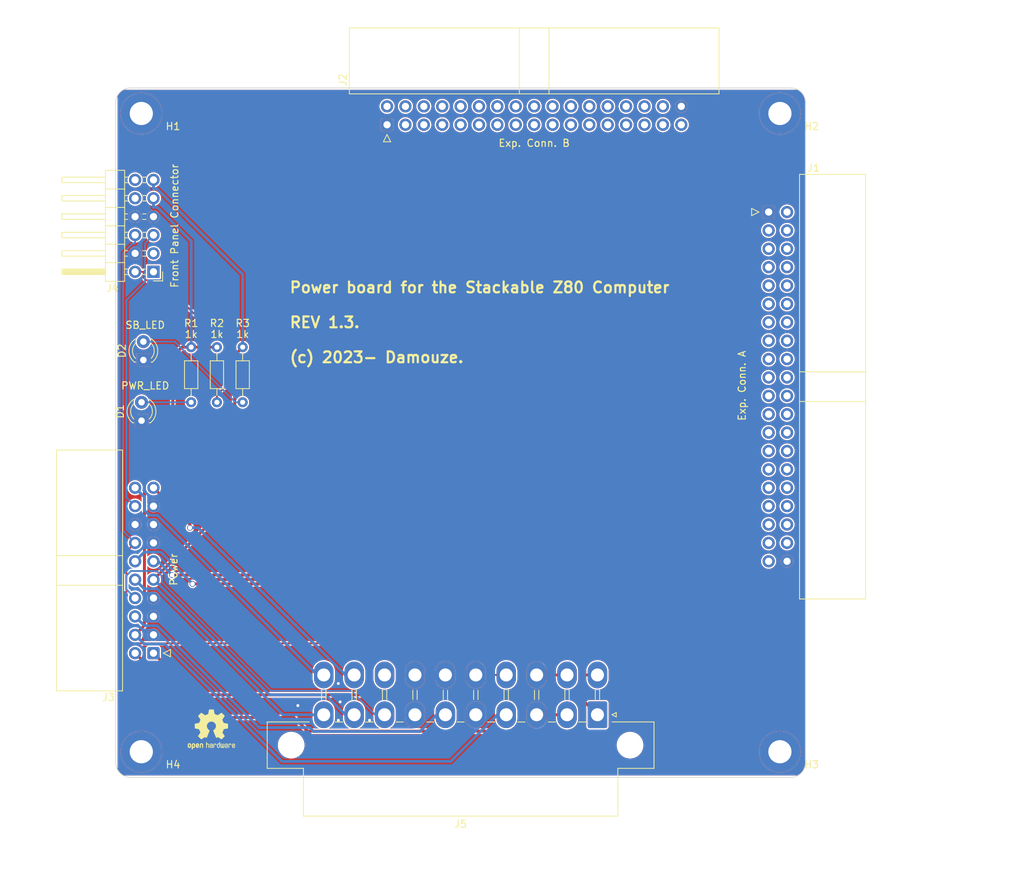
<source format=kicad_pcb>
(kicad_pcb (version 20221018) (generator pcbnew)
  (title_block (title "Power board for the Stackable Z80 Computer") (date "2023-09-09") (rev "1.3"))
  (layers (0 "F.Cu" mixed) (31 "B.Cu" mixed) (34 "B.Paste" user) (35 "F.Paste" user) (36 "B.SilkS" user "B.Silkscreen") (37 "F.SilkS" user "F.Silkscreen") (38 "B.Mask" user) (39 "F.Mask" user) (44 "Edge.Cuts" user))
  (net 0 "")
  (net 1 "/+5V")
  (net 2 "/GND")
  (net 3 "/~{RESET_SW}")
  (net 4 "/~{NMI}")
  (net 5 "/~{RESET}")
  (net 6 "/BUS_CLK")
  (net 7 "/CPU_CLK")
  (net 8 "/~{B_M1}")
  (net 9 "/~{B_IORQ}")
  (net 10 "/~{B_MREQ}")
  (net 11 "/~{B_WR}")
  (net 12 "/~{B_RD}")
  (net 13 "/~{WAIT}")
  (net 14 "/~{B_RFSH}")
  (net 15 "/M_A21")
  (net 16 "/M_A20")
  (net 17 "/M_A19")
  (net 18 "/M_A18")
  (net 19 "/M_A17")
  (net 20 "/M_A16")
  (net 21 "/-12V")
  (net 22 "/+12V")
  (net 23 "/USER2")
  (net 24 "/USER1")
  (net 25 "/USER3")
  (net 26 "/USER0")
  (net 27 "/B_D7")
  (net 28 "/PWR_OK")
  (net 29 "/B_D6")
  (net 30 "/B_D5")
  (net 31 "/B_D4")
  (net 32 "/B_D3")
  (net 33 "/B_D2")
  (net 34 "/B_D1")
  (net 35 "/B_D0")
  (net 36 "/B_A15")
  (net 37 "/B_A14")
  (net 38 "/B_A13")
  (net 39 "/B_A12")
  (net 40 "/~{INT7}")
  (net 41 "/B_A11")
  (net 42 "/~{INT6}")
  (net 43 "/B_A10")
  (net 44 "/~{INT5}")
  (net 45 "/B_A9")
  (net 46 "/~{INT4}")
  (net 47 "/B_A8")
  (net 48 "/~{INT3}")
  (net 49 "/B_A7")
  (net 50 "/~{INT2}")
  (net 51 "/B_A6")
  (net 52 "/B_A5")
  (net 53 "/B_A4")
  (net 54 "/B_A3")
  (net 55 "/B_A2")
  (net 56 "/B_A1")
  (net 57 "/B_A0")
  (net 58 "/~{INT0}")
  (net 59 "/~{INT1}")
  (net 60 "/USER15")
  (net 61 "/~{INT}")
  (net 62 "/~{B_BUSACK}")
  (net 63 "/USER14")
  (net 64 "/USER13")
  (net 65 "/USER12")
  (net 66 "/USER11")
  (net 67 "/USER10")
  (net 68 "/USER9")
  (net 69 "/USER8")
  (net 70 "/USER7")
  (net 71 "/M_A15")
  (net 72 "/USER6")
  (net 73 "/M_A14")
  (net 74 "/USER5")
  (net 75 "/USER4")
  (net 76 "/+3.3V")
  (net 77 "/+5V2")
  (net 78 "/+5VSB")
  (net 79 "Net-(D1-A)")
  (net 80 "/+5V4")
  (net 81 "/+5V3")
  (net 82 "/+3.3V2")
  (net 83 "/+3.3V3")
  (net 84 "/~{BUSREQ}")
  (net 85 "/~{PS_ON}")
  (net 87 "/PWR_LED+")
  (net 92 "Net-(D2-A)")
  (footprint "MountingHole:MountingHole_3.2mm_M3_ISO7380_Pad" (layer "F.Cu") (at 28.925 28.925)
    (fp_text reference "H1" (at 4.3815 1.7755) (layer "F.SilkS"))
    (fp_text value "MountingHole_Pad")
    (pad "1" thru_hole circle (at 0 0) (size 5.7 5.7) (drill 3.2) (layers "*.Cu" "*.Mask") (net 2 "/GND"))
  )
  (footprint "Symbol:OSHW-Logo2_7.3x6mm_SilkScreen" (layer "F.Cu") (at 38.608 114.046)
    (fp_text reference "REF**" hide)
    (fp_text value "OSHW-Logo2_7.3x6mm_SilkScreen" hide)
  )
  (footprint "Resistor_THT:R_Axial_DIN0204_L3.6mm_D1.6mm_P7.62mm_Horizontal" (layer "F.Cu") (at 39.37 61.214 -90)
    (fp_text reference "R2" (at -3.302 0 -180) (layer "F.SilkS"))
    (fp_text value "1k" (at -1.778 0 180) (layer "F.SilkS"))
    (pad "1" thru_hole circle (at 0 0 270) (size 1.4 1.4) (drill 0.7) (layers "*.Cu" "*.Mask") (net 1 "/+5V"))
    (pad "2" thru_hole oval (at 7.62 0 270) (size 1.4 1.4) (drill 0.7) (layers "*.Cu" "*.Mask") (net 87 "/PWR_LED+"))
  )
  (footprint "MountingHole:MountingHole_3.2mm_M3_ISO7380_Pad" (layer "F.Cu") (at 117.125 28.925)
    (fp_text reference "H2" (at 4.3815 1.7755) (layer "F.SilkS"))
    (fp_text value "MountingHole_Pad")
    (pad "1" thru_hole circle (at 0 0) (size 5.7 5.7) (drill 3.2) (layers "*.Cu" "*.Mask") (net 2 "/GND"))
  )
  (footprint "Connector_IDC:IDC-Header_2x20_P2.54mm_Horizontal" (layer "F.Cu") (at 115.57 42.545)
    (fp_text reference "J1" (at 6.215 -6.1) (layer "F.SilkS"))
    (fp_text value "Exp. Conn. A" (at -3.683 24.003 90) (layer "F.SilkS"))
    (pad "1" thru_hole roundrect (at 0 0) (size 1.7 1.7) (drill 1) (layers "*.Cu" "*.Mask") (roundrect_rratio 0.1470588235) (net 2 "/GND"))
    (pad "2" thru_hole circle (at 2.54 0) (size 1.7 1.7) (drill 1) (layers "*.Cu" "*.Mask") (net 4 "/~{NMI}"))
    (pad "3" thru_hole circle (at 0 2.54) (size 1.7 1.7) (drill 1) (layers "*.Cu" "*.Mask") (net 5 "/~{RESET}"))
    (pad "4" thru_hole circle (at 2.54 2.54) (size 1.7 1.7) (drill 1) (layers "*.Cu" "*.Mask") (net 27 "/B_D7"))
    (pad "5" thru_hole circle (at 0 5.08) (size 1.7 1.7) (drill 1) (layers "*.Cu" "*.Mask") (net 6 "/BUS_CLK"))
    (pad "6" thru_hole circle (at 2.54 5.08) (size 1.7 1.7) (drill 1) (layers "*.Cu" "*.Mask") (net 29 "/B_D6"))
    (pad "7" thru_hole circle (at 0 7.62) (size 1.7 1.7) (drill 1) (layers "*.Cu" "*.Mask") (net 13 "/~{WAIT}"))
    (pad "8" thru_hole circle (at 2.54 7.62) (size 1.7 1.7) (drill 1) (layers "*.Cu" "*.Mask") (net 30 "/B_D5"))
    (pad "9" thru_hole circle (at 0 10.16) (size 1.7 1.7) (drill 1) (layers "*.Cu" "*.Mask") (net 7 "/CPU_CLK"))
    (pad "10" thru_hole circle (at 2.54 10.16) (size 1.7 1.7) (drill 1) (layers "*.Cu" "*.Mask") (net 31 "/B_D4"))
    (pad "11" thru_hole circle (at 0 12.7) (size 1.7 1.7) (drill 1) (layers "*.Cu" "*.Mask") (net 8 "/~{B_M1}"))
    (pad "12" thru_hole circle (at 2.54 12.7) (size 1.7 1.7) (drill 1) (layers "*.Cu" "*.Mask") (net 32 "/B_D3"))
    (pad "13" thru_hole circle (at 0 15.24) (size 1.7 1.7) (drill 1) (layers "*.Cu" "*.Mask") (net 9 "/~{B_IORQ}"))
    (pad "14" thru_hole circle (at 2.54 15.24) (size 1.7 1.7) (drill 1) (layers "*.Cu" "*.Mask") (net 33 "/B_D2"))
    (pad "15" thru_hole circle (at 0 17.78) (size 1.7 1.7) (drill 1) (layers "*.Cu" "*.Mask") (net 10 "/~{B_MREQ}"))
    (pad "16" thru_hole circle (at 2.54 17.78) (size 1.7 1.7) (drill 1) (layers "*.Cu" "*.Mask") (net 34 "/B_D1"))
    (pad "17" thru_hole circle (at 0 20.32) (size 1.7 1.7) (drill 1) (layers "*.Cu" "*.Mask") (net 11 "/~{B_WR}"))
    (pad "18" thru_hole circle (at 2.54 20.32) (size 1.7 1.7) (drill 1) (layers "*.Cu" "*.Mask") (net 35 "/B_D0"))
    (pad "19" thru_hole circle (at 0 22.86) (size 1.7 1.7) (drill 1) (layers "*.Cu" "*.Mask") (net 12 "/~{B_RD}"))
    (pad "20" thru_hole circle (at 2.54 22.86) (size 1.7 1.7) (drill 1) (layers "*.Cu" "*.Mask") (net 36 "/B_A15"))
    (pad "21" thru_hole circle (at 0 25.4) (size 1.7 1.7) (drill 1) (layers "*.Cu" "*.Mask") (net 62 "/~{B_BUSACK}"))
    (pad "22" thru_hole circle (at 2.54 25.4) (size 1.7 1.7) (drill 1) (layers "*.Cu" "*.Mask") (net 37 "/B_A14"))
    (pad "23" thru_hole circle (at 0 27.94) (size 1.7 1.7) (drill 1) (layers "*.Cu" "*.Mask") (net 14 "/~{B_RFSH}"))
    (pad "24" thru_hole circle (at 2.54 27.94) (size 1.7 1.7) (drill 1) (layers "*.Cu" "*.Mask") (net 38 "/B_A13"))
    (pad "25" thru_hole circle (at 0 30.48) (size 1.7 1.7) (drill 1) (layers "*.Cu" "*.Mask") (net 84 "/~{BUSREQ}"))
    (pad "26" thru_hole circle (at 2.54 30.48) (size 1.7 1.7) (drill 1) (layers "*.Cu" "*.Mask") (net 39 "/B_A12"))
    (pad "27" thru_hole circle (at 0 33.02) (size 1.7 1.7) (drill 1) (layers "*.Cu" "*.Mask") (net 61 "/~{INT}"))
    (pad "28" thru_hole circle (at 2.54 33.02) (size 1.7 1.7) (drill 1) (layers "*.Cu" "*.Mask") (net 41 "/B_A11"))
    (pad "29" thru_hole circle (at 0 35.56) (size 1.7 1.7) (drill 1) (layers "*.Cu" "*.Mask") (net 52 "/B_A5"))
    (pad "30" thru_hole circle (at 2.54 35.56) (size 1.7 1.7) (drill 1) (layers "*.Cu" "*.Mask") (net 43 "/B_A10"))
    (pad "31" thru_hole circle (at 0 38.1) (size 1.7 1.7) (drill 1) (layers "*.Cu" "*.Mask") (net 53 "/B_A4"))
    (pad "32" thru_hole circle (at 2.54 38.1) (size 1.7 1.7) (drill 1) (layers "*.Cu" "*.Mask") (net 45 "/B_A9"))
    (pad "33" thru_hole circle (at 0 40.64) (size 1.7 1.7) (drill 1) (layers "*.Cu" "*.Mask") (net 54 "/B_A3"))
    (pad "34" thru_hole circle (at 2.54 40.64) (size 1.7 1.7) (drill 1) (layers "*.Cu" "*.Mask") (net 47 "/B_A8"))
    (pad "35" thru_hole circle (at 0 43.18) (size 1.7 1.7) (drill 1) (layers "*.Cu" "*.Mask") (net 55 "/B_A2"))
    (pad "36" thru_hole circle (at 2.54 43.18) (size 1.7 1.7) (drill 1) (layers "*.Cu" "*.Mask") (net 49 "/B_A7"))
    (pad "37" thru_hole circle (at 0 45.72) (size 1.7 1.7) (drill 1) (layers "*.Cu" "*.Mask") (net 56 "/B_A1"))
    (pad "38" thru_hole circle (at 2.54 45.72) (size 1.7 1.7) (drill 1) (layers "*.Cu" "*.Mask") (net 51 "/B_A6"))
    (pad "39" thru_hole circle (at 0 48.26) (size 1.7 1.7) (drill 1) (layers "*.Cu" "*.Mask") (net 57 "/B_A0"))
    (pad "40" thru_hole circle (at 2.54 48.26) (size 1.7 1.7) (drill 1) (layers "*.Cu" "*.Mask") (net 2 "/GND"))
  )
  (footprint "Connector_PinHeader_2.54mm:PinHeader_2x06_P2.54mm_Horizontal" (layer "F.Cu") (at 30.607 50.8 180)
    (fp_text reference "J4" (at 5.655 -2.27) (layer "F.SilkS"))
    (fp_text value "Front Panel Connector" (at -2.921 6.35 90) (layer "F.SilkS"))
    (pad "1" thru_hole rect (at 0 0 180) (size 1.7 1.7) (drill 1) (layers "*.Cu" "*.Mask"))
    (pad "2" thru_hole oval (at 2.54 0 180) (size 1.7 1.7) (drill 1) (layers "*.Cu" "*.Mask") (net 87 "/PWR_LED+"))
    (pad "3" thru_hole oval (at 0 2.54 180) (size 1.7 1.7) (drill 1) (layers "*.Cu" "*.Mask"))
    (pad "4" thru_hole oval (at 2.54 2.54 180) (size 1.7 1.7) (drill 1) (layers "*.Cu" "*.Mask") (net 2 "/GND"))
    (pad "5" thru_hole oval (at 0 5.08 180) (size 1.7 1.7) (drill 1) (layers "*.Cu" "*.Mask") (net 3 "/~{RESET_SW}"))
    (pad "6" thru_hole oval (at 2.54 5.08 180) (size 1.7 1.7) (drill 1) (layers "*.Cu" "*.Mask") (net 85 "/~{PS_ON}"))
    (pad "7" thru_hole oval (at 0 7.62 180) (size 1.7 1.7) (drill 1) (layers "*.Cu" "*.Mask") (net 2 "/GND"))
    (pad "8" thru_hole oval (at 2.54 7.62 180) (size 1.7 1.7) (drill 1) (layers "*.Cu" "*.Mask") (net 2 "/GND"))
    (pad "9" thru_hole oval (at 0 10.16 180) (size 1.7 1.7) (drill 1) (layers "*.Cu" "*.Mask") (net 1 "/+5V"))
    (pad "10" thru_hole oval (at 2.54 10.16 180) (size 1.7 1.7) (drill 1) (layers "*.Cu" "*.Mask"))
    (pad "11" thru_hole oval (at 0 12.7 180) (size 1.7 1.7) (drill 1) (layers "*.Cu" "*.Mask") (net 78 "/+5VSB"))
    (pad "12" thru_hole oval (at 2.54 12.7 180) (size 1.7 1.7) (drill 1) (layers "*.Cu" "*.Mask"))
  )
  (footprint "LED_THT:LED_D3.0mm" (layer "F.Cu") (at 29.21 62.992 90)
    (fp_text reference "D2" (at 1.27 -2.96 90) (layer "F.SilkS"))
    (fp_text value "SB_LED" (at 4.826 0.254 180) (layer "F.SilkS"))
    (pad "1" thru_hole rect (at 0 0 90) (size 1.8 1.8) (drill 0.9) (layers "*.Cu" "*.Mask") (net 2 "/GND"))
    (pad "2" thru_hole circle (at 2.54 0 90) (size 1.8 1.8) (drill 0.9) (layers "*.Cu" "*.Mask") (net 92 "Net-(D2-A)"))
  )
  (footprint "LED_THT:LED_D3.0mm" (layer "F.Cu") (at 28.956 71.374 90)
    (fp_text reference "D1" (at 1.27 -2.96 90) (layer "F.SilkS"))
    (fp_text value "PWR_LED" (at 4.826 0.508 180) (layer "F.SilkS"))
    (pad "1" thru_hole rect (at 0 0 90) (size 1.8 1.8) (drill 0.9) (layers "*.Cu" "*.Mask") (net 2 "/GND"))
    (pad "2" thru_hole circle (at 2.54 0 90) (size 1.8 1.8) (drill 0.9) (layers "*.Cu" "*.Mask") (net 79 "Net-(D1-A)"))
  )
  (footprint "Resistor_THT:R_Axial_DIN0204_L3.6mm_D1.6mm_P7.62mm_Horizontal" (layer "F.Cu") (at 42.926 61.214 -90)
    (fp_text reference "R3" (at -3.302 0 -180) (layer "F.SilkS"))
    (fp_text value "1k" (at -1.778 0 180) (layer "F.SilkS"))
    (pad "1" thru_hole circle (at 0 0 270) (size 1.4 1.4) (drill 0.7) (layers "*.Cu" "*.Mask") (net 78 "/+5VSB"))
    (pad "2" thru_hole oval (at 7.62 0 270) (size 1.4 1.4) (drill 0.7) (layers "*.Cu" "*.Mask") (net 92 "Net-(D2-A)"))
  )
  (footprint "ownlib:Molex_Mini-Fit_Jr_5569-20A1_2x10_P4.20mm_Horizontal" (layer "F.Cu") (at 91.925 112.014 180)
    (fp_text reference "J5" (at 18.9 -15.1 180) (layer "F.SilkS"))
    (fp_text value "ATX-20")
    (pad "" np_thru_hole circle (at -4.5 -4.2 180) (size 3.2 3.2) (drill 3.2) (layers "*.Cu" "*.Mask"))
    (pad "" np_thru_hole circle (at 42.3 -4.2 180) (size 3.2 3.2) (drill 3.2) (layers "*.Cu" "*.Mask"))
    (pad "1" thru_hole roundrect (at 0 0 180) (size 2.7 3.7) (drill 1.8) (layers "*.Cu" "*.Mask") (roundrect_rratio 0.092593) (net 76 "/+3.3V"))
    (pad "2" thru_hole oval (at 4.2 0 180) (size 2.7 3.7) (drill 1.8) (layers "*.Cu" "*.Mask") (net 82 "/+3.3V2"))
    (pad "3" thru_hole oval (at 8.4 0 180) (size 2.7 3.7) (drill 1.8) (layers "*.Cu" "*.Mask") (net 2 "/GND"))
    (pad "4" thru_hole oval (at 12.6 0 180) (size 2.7 3.7) (drill 1.8) (layers "*.Cu" "*.Mask") (net 1 "/+5V"))
    (pad "5" thru_hole oval (at 16.8 0 180) (size 2.7 3.7) (drill 1.8) (layers "*.Cu" "*.Mask") (net 2 "/GND"))
    (pad "6" thru_hole oval (at 21 0 180) (size 2.7 3.7) (drill 1.8) (layers "*.Cu" "*.Mask") (net 77 "/+5V2"))
    (pad "7" thru_hole oval (at 25.2 0 180) (size 2.7 3.7) (drill 1.8) (layers "*.Cu" "*.Mask") (net 2 "/GND"))
    (pad "8" thru_hole oval (at 29.4 0 180) (size 2.7 3.7) (drill 1.8) (layers "*.Cu" "*.Mask") (net 28 "/PWR_OK"))
    (pad "9" thru_hole oval (at 33.6 0 180) (size 2.7 3.7) (drill 1.8) (layers "*.Cu" "*.Mask") (net 78 "/+5VSB"))
    (pad "10" thru_hole oval (at 37.8 0 180) (size 2.7 3.7) (drill 1.8) (layers "*.Cu" "*.Mask") (net 22 "/+12V"))
    (pad "11" thru_hole oval (at 0 5.5 180) (size 2.7 3.7) (drill 1.8) (layers "*.Cu" "*.Mask") (net 83 "/+3.3V3"))
    (pad "12" thru_hole oval (at 4.2 5.5 180) (size 2.7 3.7) (drill 1.8) (layers "*.Cu" "*.Mask") (net 21 "/-12V"))
    (pad "13" thru_hole oval (at 8.4 5.5 180) (size 2.7 3.7) (drill 1.8) (layers "*.Cu" "*.Mask") (net 2 "/GND"))
    (pad "14" thru_hole oval (at 12.6 5.5 180) (size 2.7 3.7) (drill 1.8) (layers "*.Cu" "*.Mask") (net 85 "/~{PS_ON}"))
    (pad "15" thru_hole oval (at 16.8 5.5 180) (size 2.7 3.7) (drill 1.8) (layers "*.Cu" "*.Mask") (net 2 "/GND"))
    (pad "16" thru_hole oval (at 21 5.5 180) (size 2.7 3.7) (drill 1.8) (layers "*.Cu" "*.Mask") (net 2 "/GND"))
    (pad "17" thru_hole oval (at 25.2 5.5 180) (size 2.7 3.7) (drill 1.8) (layers "*.Cu" "*.Mask") (net 2 "/GND"))
    (pad "18" thru_hole oval (at 29.4 5.5 180) (size 2.7 3.7) (drill 1.8) (layers "*.Cu" "*.Mask"))
    (pad "19" thru_hole oval (at 33.6 5.5 180) (size 2.7 3.7) (drill 1.8) (layers "*.Cu" "*.Mask") (net 80 "/+5V4"))
    (pad "20" thru_hole oval (at 37.8 5.5 180) (size 2.7 3.7) (drill 1.8) (layers "*.Cu" "*.Mask") (net 81 "/+5V3"))
  )
  (footprint "Connector_IDC:IDC-Header_2x10_P2.54mm_Horizontal" (layer "F.Cu") (at 30.607 103.505 180)
    (fp_text reference "J3" (at 6.215 -6.1 180) (layer "F.SilkS"))
    (fp_text value "Power" (at -2.794 11.557 270) (layer "F.SilkS"))
    (pad "1" thru_hole roundrect (at 0 0 180) (size 1.7 1.7) (drill 1) (layers "*.Cu" "*.Mask") (roundrect_rratio 0.1470588235) (net 76 "/+3.3V"))
    (pad "2" thru_hole circle (at 2.54 0 180) (size 1.7 1.7) (drill 1) (layers "*.Cu" "*.Mask") (net 82 "/+3.3V2"))
    (pad "3" thru_hole circle (at 0 2.54 180) (size 1.7 1.7) (drill 1) (layers "*.Cu" "*.Mask") (net 2 "/GND"))
    (pad "4" thru_hole circle (at 2.54 2.54 180) (size 1.7 1.7) (drill 1) (layers "*.Cu" "*.Mask") (net 1 "/+5V"))
    (pad "5" thru_hole circle (at 0 5.08 180) (size 1.7 1.7) (drill 1) (layers "*.Cu" "*.Mask") (net 2 "/GND"))
    (pad "6" thru_hole circle (at 2.54 5.08 180) (size 1.7 1.7) (drill 1) (layers "*.Cu" "*.Mask") (net 77 "/+5V2"))
    (pad "7" thru_hole circle (at 0 7.62 180) (size 1.7 1.7) (drill 1) (layers "*.Cu" "*.Mask") (net 2 "/GND"))
    (pad "8" thru_hole circle (at 2.54 7.62 180) (size 1.7 1.7) (drill 1) (layers "*.Cu" "*.Mask") (net 28 "/PWR_OK"))
    (pad "9" thru_hole circle (at 0 10.16 180) (size 1.7 1.7) (drill 1) (layers "*.Cu" "*.Mask") (net 78 "/+5VSB"))
    (pad "10" thru_hole circle (at 2.54 10.16 180) (size 1.7 1.7) (drill 1) (layers "*.Cu" "*.Mask") (net 22 "/+12V"))
    (pad "11" thru_hole circle (at 0 12.7 180) (size 1.7 1.7) (drill 1) (layers "*.Cu" "*.Mask") (net 83 "/+3.3V3"))
    (pad "12" thru_hole circle (at 2.54 12.7 180) (size 1.7 1.7) (drill 1) (layers "*.Cu" "*.Mask") (net 21 "/-12V"))
    (pad "13" thru_hole circle (at 0 15.24 180) (size 1.7 1.7) (drill 1) (layers "*.Cu" "*.Mask") (net 2 "/GND"))
    (pad "14" thru_hole circle (at 2.54 15.24 180) (size 1.7 1.7) (drill 1) (layers "*.Cu" "*.Mask") (net 85 "/~{PS_ON}"))
    (pad "15" thru_hole circle (at 0 17.78 180) (size 1.7 1.7) (drill 1) (layers "*.Cu" "*.Mask") (net 2 "/GND"))
    (pad "16" thru_hole circle (at 2.54 17.78 180) (size 1.7 1.7) (drill 1) (layers "*.Cu" "*.Mask") (net 2 "/GND"))
    (pad "17" thru_hole circle (at 0 20.32 180) (size 1.7 1.7) (drill 1) (layers "*.Cu" "*.Mask") (net 2 "/GND"))
    (pad "18" thru_hole circle (at 2.54 20.32 180) (size 1.7 1.7) (drill 1) (layers "*.Cu" "*.Mask") (net 3 "/~{RESET_SW}"))
    (pad "19" thru_hole circle (at 0 22.86 180) (size 1.7 1.7) (drill 1) (layers "*.Cu" "*.Mask") (net 80 "/+5V4"))
    (pad "20" thru_hole circle (at 2.54 22.86 180) (size 1.7 1.7) (drill 1) (layers "*.Cu" "*.Mask") (net 81 "/+5V3"))
  )
  (footprint "Resistor_THT:R_Axial_DIN0204_L3.6mm_D1.6mm_P7.62mm_Horizontal" (layer "F.Cu") (at 35.814 61.214 -90)
    (fp_text reference "R1" (at -3.302 0 -180) (layer "F.SilkS"))
    (fp_text value "1k" (at -1.778 0 180) (layer "F.SilkS"))
    (pad "1" thru_hole circle (at 0 0 270) (size 1.4 1.4) (drill 0.7) (layers "*.Cu" "*.Mask") (net 1 "/+5V"))
    (pad "2" thru_hole oval (at 7.62 0 270) (size 1.4 1.4) (drill 0.7) (layers "*.Cu" "*.Mask") (net 79 "Net-(D1-A)"))
  )
  (footprint "MountingHole:MountingHole_3.2mm_M3_ISO7380_Pad" (layer "F.Cu") (at 28.925 117.125)
    (fp_text reference "H4" (at 4.3815 1.7755) (layer "F.SilkS"))
    (fp_text value "MountingHole_Pad")
    (pad "1" thru_hole circle (at 0 0) (size 5.7 5.7) (drill 3.2) (layers "*.Cu" "*.Mask") (net 2 "/GND"))
  )
  (footprint "Connector_IDC:IDC-Header_2x17_P2.54mm_Horizontal" (layer "F.Cu") (at 62.865 30.48 90)
    (fp_text reference "J2" (at 6.215 -6.1 90) (layer "F.SilkS"))
    (fp_text value "Exp. Conn. B" (at -2.54 20.32 180) (layer "F.SilkS"))
    (pad "1" thru_hole roundrect (at 0 0 90) (size 1.7 1.7) (drill 1) (layers "*.Cu" "*.Mask") (roundrect_rratio 0.1470588235) (net 2 "/GND"))
    (pad "2" thru_hole circle (at 2.54 0 90) (size 1.7 1.7) (drill 1) (layers "*.Cu" "*.Mask") (net 60 "/USER15"))
    (pad "3" thru_hole circle (at 0 2.54 90) (size 1.7 1.7) (drill 1) (layers "*.Cu" "*.Mask") (net 40 "/~{INT7}"))
    (pad "4" thru_hole circle (at 2.54 2.54 90) (size 1.7 1.7) (drill 1) (layers "*.Cu" "*.Mask") (net 63 "/USER14"))
    (pad "5" thru_hole circle (at 0 5.08 90) (size 1.7 1.7) (drill 1) (layers "*.Cu" "*.Mask") (net 42 "/~{INT6}"))
    (pad "6" thru_hole circle (at 2.54 5.08 90) (size 1.7 1.7) (drill 1) (layers "*.Cu" "*.Mask") (net 64 "/USER13"))
    (pad "7" thru_hole circle (at 0 7.62 90) (size 1.7 1.7) (drill 1) (layers "*.Cu" "*.Mask") (net 44 "/~{INT5}"))
    (pad "8" thru_hole circle (at 2.54 7.62 90) (size 1.7 1.7) (drill 1) (layers "*.Cu" "*.Mask") (net 65 "/USER12"))
    (pad "9" thru_hole circle (at 0 10.16 90) (size 1.7 1.7) (drill 1) (layers "*.Cu" "*.Mask") (net 46 "/~{INT4}"))
    (pad "10" thru_hole circle (at 2.54 10.16 90) (size 1.7 1.7) (drill 1) (layers "*.Cu" "*.Mask") (net 66 "/USER11"))
    (pad "11" thru_hole circle (at 0 12.7 90) (size 1.7 1.7) (drill 1) (layers "*.Cu" "*.Mask") (net 48 "/~{INT3}"))
    (pad "12" thru_hole circle (at 2.54 12.7 90) (size 1.7 1.7) (drill 1) (layers "*.Cu" "*.Mask") (net 67 "/USER10"))
    (pad "13" thru_hole circle (at 0 15.24 90) (size 1.7 1.7) (drill 1) (layers "*.Cu" "*.Mask") (net 50 "/~{INT2}"))
    (pad "14" thru_hole circle (at 2.54 15.24 90) (size 1.7 1.7) (drill 1) (layers "*.Cu" "*.Mask") (net 68 "/USER9"))
    (pad "15" thru_hole circle (at 0 17.78 90) (size 1.7 1.7) (drill 1) (layers "*.Cu" "*.Mask") (net 59 "/~{INT1}"))
    (pad "16" thru_hole circle (at 2.54 17.78 90) (size 1.7 1.7) (drill 1) (layers "*.Cu" "*.Mask") (net 69 "/USER8"))
    (pad "17" thru_hole circle (at 0 20.32 90) (size 1.7 1.7) (drill 1) (layers "*.Cu" "*.Mask") (net 58 "/~{INT0}"))
    (pad "18" thru_hole circle (at 2.54 20.32 90) (size 1.7 1.7) (drill 1) (layers "*.Cu" "*.Mask") (net 70 "/USER7"))
    (pad "19" thru_hole circle (at 0 22.86 90) (size 1.7 1.7) (drill 1) (layers "*.Cu" "*.Mask") (net 15 "/M_A21"))
    (pad "20" thru_hole circle (at 2.54 22.86 90) (size 1.7 1.7) (drill 1) (layers "*.Cu" "*.Mask") (net 72 "/USER6"))
    (pad "21" thru_hole circle (at 0 25.4 90) (size 1.7 1.7) (drill 1) (layers "*.Cu" "*.Mask") (net 16 "/M_A20"))
    (pad "22" thru_hole circle (at 2.54 25.4 90) (size 1.7 1.7) (drill 1) (layers "*.Cu" "*.Mask") (net 74 "/USER5"))
    (pad "23" thru_hole circle (at 0 27.94 90) (size 1.7 1.7) (drill 1) (layers "*.Cu" "*.Mask") (net 17 "/M_A19"))
    (pad "24" thru_hole circle (at 2.54 27.94 90) (size 1.7 1.7) (drill 1) (layers "*.Cu" "*.Mask") (net 75 "/USER4"))
    (pad "25" thru_hole circle (at 0 30.48 90) (size 1.7 1.7) (drill 1) (layers "*.Cu" "*.Mask") (net 18 "/M_A18"))
    (pad "26" thru_hole circle (at 2.54 30.48 90) (size 1.7 1.7) (drill 1) (layers "*.Cu" "*.Mask") (net 25 "/USER3"))
    (pad "27" thru_hole circle (at 0 33.02 90) (size 1.7 1.7) (drill 1) (layers "*.Cu" "*.Mask") (net 19 "/M_A17"))
    (pad "28" thru_hole circle (at 2.54 33.02 90) (size 1.7 1.7) (drill 1) (layers "*.Cu" "*.Mask") (net 23 "/USER2"))
    (pad "29" thru_hole circle (at 0 35.56 90) (size 1.7 1.7) (drill 1) (layers "*.Cu" "*.Mask") (net 20 "/M_A16"))
    (pad "30" thru_hole circle (at 2.54 35.56 90) (size 1.7 1.7) (drill 1) (layers "*.Cu" "*.Mask") (net 24 "/USER1"))
    (pad "31" thru_hole circle (at 0 38.1 90) (size 1.7 1.7) (drill 1) (layers "*.Cu" "*.Mask") (net 71 "/M_A15"))
    (pad "32" thru_hole circle (at 2.54 38.1 90) (size 1.7 1.7) (drill 1) (layers "*.Cu" "*.Mask") (net 26 "/USER0"))
    (pad "33" thru_hole circle (at 0 40.64 90) (size 1.7 1.7) (drill 1) (layers "*.Cu" "*.Mask") (net 73 "/M_A14"))
    (pad "34" thru_hole circle (at 2.54 40.64 90) (size 1.7 1.7) (drill 1) (layers "*.Cu" "*.Mask") (net 2 "/GND"))
  )
  (footprint "MountingHole:MountingHole_3.2mm_M3_ISO7380_Pad" (layer "F.Cu") (at 117.125 117.125)
    (fp_text reference "H3" (at 4.3815 1.7755) (layer "F.SilkS"))
    (fp_text value "MountingHole_Pad")
    (pad "1" thru_hole circle (at 0 0) (size 5.7 5.7) (drill 3.2) (layers "*.Cu" "*.Mask") (net 2 "/GND"))
  )
  (gr_line (start 25.4 27.4) (end 25.4 118.65) (stroke (width 0.1)) (layer "Edge.Cuts"))
  (gr_line (start 120.65 27.4) (end 120.65 118.65) (stroke (width 0.1)) (layer "Edge.Cuts"))
  (gr_arc (start 120.65 118.65) (mid 120.064214 120.064214) (end 118.65 120.65) (stroke (width 0.1)) (layer "Edge.Cuts"))
  (gr_arc (start 27.4 120.65) (mid 25.985786 120.064214) (end 25.4 118.65) (stroke (width 0.1)) (layer "Edge.Cuts"))
  (gr_arc (start 25.4 27.4) (mid 25.985786 25.985786) (end 27.4 25.4) (stroke (width 0.1)) (layer "Edge.Cuts"))
  (gr_arc (start 118.65 25.4) (mid 120.064214 25.985786) (end 120.65 27.4) (stroke (width 0.1)) (layer "Edge.Cuts"))
  (gr_line (start 27.4 120.65) (end 118.65 120.65) (stroke (width 0.1)) (layer "Edge.Cuts"))
  (gr_line (start 27.4 25.4) (end 118.65 25.4) (stroke (width 0.1)) (layer "Edge.Cuts"))
  (gr_text "${TITLE}\n\nREV ${REVISION}.\n\n(c) 2023- Damouze." (at 49.276 63.5) (layer "F.SilkS") (effects (font (size 1.5 1.5) (thickness 0.3) bold) (justify left bottom)))
  (segment (start 39.37 61.214) (end 35.814 61.214) (width 0.4) (layer "F.Cu") (net 1))
  (segment (start 35.814 61.214) (end 34.544 61.214) (width 0.4) (layer "F.Cu") (net 1))
  (segment (start 34.544 61.214) (end 33.274 62.484) (width 0.4) (layer "F.Cu") (net 1))
  (segment (start 29.357 99.675) (end 28.067 100.965) (width 0.4) (layer "F.Cu") (net 1))
  (segment (start 29.357 76.307) (end 29.357 99.675) (width 0.4) (layer "F.Cu") (net 1))
  (segment (start 33.274 72.39) (end 29.357 76.307) (width 0.4) (layer "F.Cu") (net 1))
  (segment (start 33.274 62.484) (end 33.274 72.39) (width 0.4) (layer "F.Cu") (net 1))
  (segment (start 79.325 112.014) (end 78.1109 112.014) (width 0.4) (layer "B.Cu") (net 1))
  (segment (start 30.607 41.8901) (end 31.1539 41.8901) (width 0.4) (layer "B.Cu") (net 1))
  (segment (start 32.1272 102.2344) (end 29.3364 102.2344) (width 0.4) (layer "B.Cu") (net 1))
  (segment (start 78.1109 112.014) (end 71.6595 118.4654) (width 0.4) (layer "B.Cu") (net 1))
  (segment (start 71.6595 118.4654) (end 48.3582 118.4654) (width 0.4) (layer "B.Cu") (net 1))
  (segment (start 48.3582 118.4654) (end 32.1272 102.2344) (width 0.4) (layer "B.Cu") (net 1))
  (segment (start 35.814 46.5502) (end 35.814 61.214) (width 0.4) (layer "B.Cu") (net 1))
  (segment (start 31.1539 41.8901) (end 35.814 46.5502) (width 0.4) (layer "B.Cu") (net 1))
  (segment (start 30.607 40.64) (end 30.607 41.8901) (width 0.4) (layer "B.Cu") (net 1))
  (segment (start 29.3364 102.2344) (end 28.067 100.965) (width 0.4) (layer "B.Cu") (net 1))
  (via (at 56.388 110.236) (size 0.6) (drill 0.4) (layers "F.Cu" "B.Cu") (net 2))
  (via (at 56.134 112.776) (size 0.6) (drill 0.4) (layers "F.Cu" "B.Cu") (net 2))
  (via (at 60.452 112.776) (size 0.6) (drill 0.4) (layers "F.Cu" "B.Cu") (net 2))
  (via (at 56.134 107.696) (size 0.6) (drill 0.4) (layers "F.Cu" "B.Cu") (net 2))
  (via (at 50.546 110.744) (size 0.6) (drill 0.4) (layers "F.Cu" "B.Cu") (net 2))
  (segment (start 27.656 70.074) (end 27.656 64.546) (width 0.4) (layer "B.Cu") (net 2))
  (segment (start 28.956 71.374) (end 27.656 70.074) (width 0.4) (layer "B.Cu") (net 2))
  (segment (start 27.656 64.546) (end 29.21 62.992) (width 0.4) (layer "B.Cu") (net 2))
  (segment (start 31.857 74.275) (end 28.956 71.374) (width 0.4) (layer "B.Cu") (net 2))
  (segment (start 31.857 81.935) (end 31.857 74.275) (width 0.4) (layer "B.Cu") (net 2))
  (segment (start 30.607 83.185) (end 31.857 81.935) (width 0.4) (layer "B.Cu") (net 2))
  (segment (start 29.432 46.895) (end 30.607 45.72) (width 0.25) (layer "B.Cu") (net 3))
  (segment (start 26.8704 81.9884) (end 26.8704 54.7223) (width 0.25) (layer "B.Cu") (net 3))
  (segment (start 29.432 52.1607) (end 29.432 46.895) (width 0.25) (layer "B.Cu") (net 3))
  (segment (start 26.8704 54.7223) (end 29.432 52.1607) (width 0.25) (layer "B.Cu") (net 3))
  (segment (start 28.067 83.185) (end 26.8704 81.9884) (width 0.25) (layer "B.Cu") (net 3))
  (segment (start 85.9749 105.978) (end 85.9749 106.514) (width 0.4) (layer "F.Cu") (net 21))
  (segment (start 36.0067 93.9311) (end 73.928 93.9311) (width 0.4) (layer "F.Cu") (net 21))
  (segment (start 73.928 93.9311) (end 85.9749 105.978) (width 0.4) (layer "F.Cu") (net 21))
  (segment (start 87.725 106.514) (end 85.9749 106.514) (width 0.4) (layer "F.Cu") (net 21))
  (via (at 36.0067 93.9311) (size 0.8) (drill 0.6) (layers "F.Cu" "B.Cu") (net 21))
  (segment (start 28.067 90.805) (end 29.337 89.535) (width 0.4) (layer "B.Cu") (net 21))
  (segment (start 31.6106 89.535) (end 36.0067 93.9311) (width 0.4) (layer "B.Cu") (net 21))
  (segment (start 29.337 89.535) (end 31.6106 89.535) (width 0.4) (layer "B.Cu") (net 21))
  (segment (start 52.3749 112.014) (end 48.5074 112.014) (width 0.4) (layer "B.Cu") (net 22))
  (segment (start 48.5074 112.014) (end 31.1084 94.615) (width 0.4) (layer "B.Cu") (net 22))
  (segment (start 54.125 112.014) (end 52.3749 112.014) (width 0.4) (layer "B.Cu") (net 22))
  (segment (start 31.1084 94.615) (end 29.337 94.615) (width 0.4) (layer "B.Cu") (net 22))
  (segment (start 29.337 94.615) (end 28.067 93.345) (width 0.4) (layer "B.Cu") (net 22))
  (segment (start 31.782 92.858299) (end 31.073201 92.1495) (width 0.25) (layer "B.Cu") (net 28))
  (segment (start 26.8289 94.6469) (end 28.067 95.885) (width 0.25) (layer "B.Cu") (net 28))
  (segment (start 62.525 112.014) (end 61.2231 112.014) (width 0.25) (layer "B.Cu") (net 28))
  (segment (start 61.2231 112.014) (end 57.8983 108.6892) (width 0.25) (layer "B.Cu") (net 28))
  (segment (start 57.8983 108.6892) (end 46.788562 108.6892) (width 0.25) (layer "B.Cu") (net 28))
  (segment (start 31.782 93.682638) (end 31.782 92.858299) (width 0.25) (layer "B.Cu") (net 28))
  (segment (start 31.073201 92.1495) (end 27.501 92.1495) (width 0.25) (layer "B.Cu") (net 28))
  (segment (start 26.8289 92.8216) (end 26.8289 94.6469) (width 0.25) (layer "B.Cu") (net 28))
  (segment (start 27.501 92.1495) (end 26.8289 92.8216) (width 0.25) (layer "B.Cu") (net 28))
  (segment (start 46.788562 108.6892) (end 31.782 93.682638) (width 0.25) (layer "B.Cu") (net 28))
  (segment (start 89.175 109.264) (end 91.925 112.014) (width 0.4) (layer "F.Cu") (net 76))
  (segment (start 36.366 109.264) (end 89.175 109.264) (width 0.4) (layer "F.Cu") (net 76))
  (segment (start 30.607 103.505) (end 36.366 109.264) (width 0.4) (layer "F.Cu") (net 76))
  (segment (start 69.7218 112.014) (end 67.4107 114.3251) (width 0.4) (layer "B.Cu") (net 77))
  (segment (start 52.1963 113.7853) (end 45.2 113.7853) (width 0.4) (layer "B.Cu") (net 77))
  (segment (start 67.4107 114.3251) (end 52.7361 114.3251) (width 0.4) (layer "B.Cu") (net 77))
  (segment (start 52.7361 114.3251) (end 52.1963 113.7853) (width 0.4) (layer "B.Cu") (net 77))
  (segment (start 70.925 112.014) (end 69.7218 112.014) (width 0.4) (layer "B.Cu") (net 77))
  (segment (start 29.3568 99.7148) (end 28.067 98.425) (width 0.4) (layer "B.Cu") (net 77))
  (segment (start 45.2 113.7853) (end 31.1295 99.7148) (width 0.4) (layer "B.Cu") (net 77))
  (segment (start 31.1295 99.7148) (end 29.3568 99.7148) (width 0.4) (layer "B.Cu") (net 77))
  (segment (start 30.607 93.345) (end 41.826 82.126) (width 0.4) (layer "F.Cu") (net 78))
  (segment (start 41.826 82.126) (end 41.826 62.314) (width 0.4) (layer "F.Cu") (net 78))
  (segment (start 41.826 62.314) (end 42.926 61.214) (width 0.4) (layer "F.Cu") (net 78))
  (segment (start 31.125 39.3501) (end 30.607 39.3501) (width 0.4) (layer "B.Cu") (net 78))
  (segment (start 54.3609 109.264) (end 46.6209 109.264) (width 0.4) (layer "B.Cu") (net 78))
  (segment (start 30.607 38.1) (end 30.607 39.3501) (width 0.4) (layer "B.Cu") (net 78))
  (segment (start 46.6209 109.264) (end 30.7019 93.345) (width 0.4) (layer "B.Cu") (net 78))
  (segment (start 58.325 112.014) (end 57.1109 112.014) (width 0.4) (layer "B.Cu") (net 78))
  (segment (start 42.926 51.1511) (end 31.125 39.3501) (width 0.4) (layer "B.Cu") (net 78))
  (segment (start 30.7019 93.345) (end 30.607 93.345) (width 0.4) (layer "B.Cu") (net 78))
  (segment (start 57.1109 112.014) (end 54.3609 109.264) (width 0.4) (layer "B.Cu") (net 78))
  (segment (start 42.926 61.214) (end 42.926 51.1511) (width 0.4) (layer "B.Cu") (net 78))
  (segment (start 35.814 68.834) (end 28.956 68.834) (width 0.25) (layer "B.Cu") (net 79))
  (segment (start 30.607 80.645) (end 35.637 85.675) (width 0.4) (layer "F.Cu") (net 80))
  (segment (start 35.637 85.675) (end 35.637 86.1747) (width 0.4) (layer "F.Cu") (net 80))
  (via (at 35.637 86.1747) (size 0.8) (drill 0.6) (layers "F.Cu" "B.Cu") (net 80))
  (segment (start 36.7716 86.1747) (end 35.637 86.1747) (width 0.4) (layer "B.Cu") (net 80))
  (segment (start 58.325 106.514) (end 57.1109 106.514) (width 0.4) (layer "B.Cu") (net 80))
  (segment (start 57.1109 106.514) (end 36.7716 86.1747) (width 0.4) (layer "B.Cu") (net 80))
  (segment (start 29.3568 83.7709) (end 29.3568 81.9348) (width 0.4) (layer "B.Cu") (net 81))
  (segment (start 31.1582 84.455) (end 30.0409 84.455) (width 0.4) (layer "B.Cu") (net 81))
  (segment (start 29.3568 81.9348) (end 28.067 80.645) (width 0.4) (layer "B.Cu") (net 81))
  (segment (start 54.125 106.514) (end 53.2172 106.514) (width 0.4) (layer "B.Cu") (net 81))
  (segment (start 53.2172 106.514) (end 31.1582 84.455) (width 0.4) (layer "B.Cu") (net 81))
  (segment (start 30.0409 84.455) (end 29.3568 83.7709) (width 0.4) (layer "B.Cu") (net 81))
  (segment (start 36.9513 112.3893) (end 50.0003 112.3893) (width 0.4) (layer "F.Cu") (net 82))
  (segment (start 87.725 112.014) (end 85.9749 112.014) (width 0.4) (layer "F.Cu") (net 82))
  (segment (start 50.0003 112.3893) (end 51.8909 114.2799) (width 0.4) (layer "F.Cu") (net 82))
  (segment (start 84.245 114.2799) (end 85.9749 112.55) (width 0.4) (layer "F.Cu") (net 82))
  (segment (start 51.8909 114.2799) (end 84.245 114.2799) (width 0.4) (layer "F.Cu") (net 82))
  (segment (start 85.9749 112.55) (end 85.9749 112.014) (width 0.4) (layer "F.Cu") (net 82))
  (segment (start 28.067 103.505) (end 36.9513 112.3893) (width 0.4) (layer "F.Cu") (net 82))
  (segment (start 90.1749 105.978) (end 90.1749 106.514) (width 0.4) (layer "F.Cu") (net 83))
  (segment (start 91.925 106.514) (end 90.1749 106.514) (width 0.4) (layer "F.Cu") (net 83))
  (segment (start 33.1667 92.7042) (end 76.9011 92.7042) (width 0.4) (layer "F.Cu") (net 83))
  (segment (start 76.9011 92.7042) (end 90.1749 105.978) (width 0.4) (layer "F.Cu") (net 83))
  (via (at 33.1667 92.7042) (size 0.8) (drill 0.6) (layers "F.Cu" "B.Cu") (net 83))
  (segment (start 31.2675 90.805) (end 33.1667 92.7042) (width 0.4) (layer "B.Cu") (net 83))
  (segment (start 30.607 90.805) (end 31.2675 90.805) (width 0.4) (layer "B.Cu") (net 83))
  (segment (start 77.6499 106.514) (end 77.6499 106.0952) (width 0.25) (layer "F.Cu") (net 85))
  (segment (start 26.8684 89.4636) (end 28.067 88.265) (width 0.25) (layer "F.Cu") (net 85))
  (segment (start 79.325 106.514) (end 77.6499 106.514) (width 0.25) (layer "F.Cu") (net 85))
  (segment (start 73.7068 102.1521) (end 27.5888 102.1521) (width 0.25) (layer "F.Cu") (net 85))
  (segment (start 77.6499 106.0952) (end 73.7068 102.1521) (width 0.25) (layer "F.Cu") (net 85))
  (segment (start 26.8684 101.4317) (end 26.8684 89.4636) (width 0.25) (layer "F.Cu") (net 85))
  (segment (start 27.5888 102.1521) (end 26.8684 101.4317) (width 0.25) (layer "F.Cu") (net 85))
  (segment (start 28.067 45.72) (end 28.067 46.8951) (width 0.25) (layer "B.Cu") (net 85))
  (segment (start 28.067 88.265) (end 26.4131 86.6111) (width 0.25) (layer "B.Cu") (net 85))
  (segment (start 26.4131 86.6111) (end 26.4131 48.1837) (width 0.25) (layer "B.Cu") (net 85))
  (segment (start 27.7017 46.8951) (end 28.067 46.8951) (width 0.25) (layer "B.Cu") (net 85))
  (segment (start 26.4131 48.1837) (end 27.7017 46.8951) (width 0.25) (layer "B.Cu") (net 85))
  (segment (start 40.4183 66.7606) (end 39.37 67.8089) (width 0.25) (layer "F.Cu") (net 87))
  (segment (start 29.6093 51.9751) (end 31.6082 51.9751) (width 0.25) (layer "F.Cu") (net 87))
  (segment (start 40.4183 60.7852) (end 40.4183 66.7606) (width 0.25) (layer "F.Cu") (net 87))
  (segment (start 29.2421 50.8) (end 29.2421 51.6079) (width 0.25) (layer "F.Cu") (net 87))
  (segment (start 28.067 50.8) (end 29.2421 50.8) (width 0.25) (layer "F.Cu") (net 87))
  (segment (start 31.6082 51.9751) (end 40.4183 60.7852) (width 0.25) (layer "F.Cu") (net 87))
  (segment (start 39.37 68.834) (end 39.37 67.8089) (width 0.25) (layer "F.Cu") (net 87))
  (segment (start 29.2421 51.6079) (end 29.6093 51.9751) (width 0.25) (layer "F.Cu") (net 87))
  (segment (start 41.9361 68.834) (end 33.5541 60.452) (width 0.25) (layer "B.Cu") (net 92))
  (segment (start 33.5541 60.452) (end 29.21 60.452) (width 0.25) (layer "B.Cu") (net 92))
  (segment (start 42.926 68.834) (end 41.9361 68.834) (width 0.25) (layer "B.Cu") (net 92))
  (zone locked (net 2) (net_name "/GND") (layers "F&B.Cu") (connect_pads (clearance 0.02)) (min_thickness 0.03) (fill yes (thermal_gap 0.03) (thermal_bridge_width 0.06))
    (polygon (pts (xy 25.654 25.654) (xy 120.65 25.654) (xy 120.65 120.142) (xy 120.396 120.396) (xy 25.654 120.396)))
  )
)
</source>
